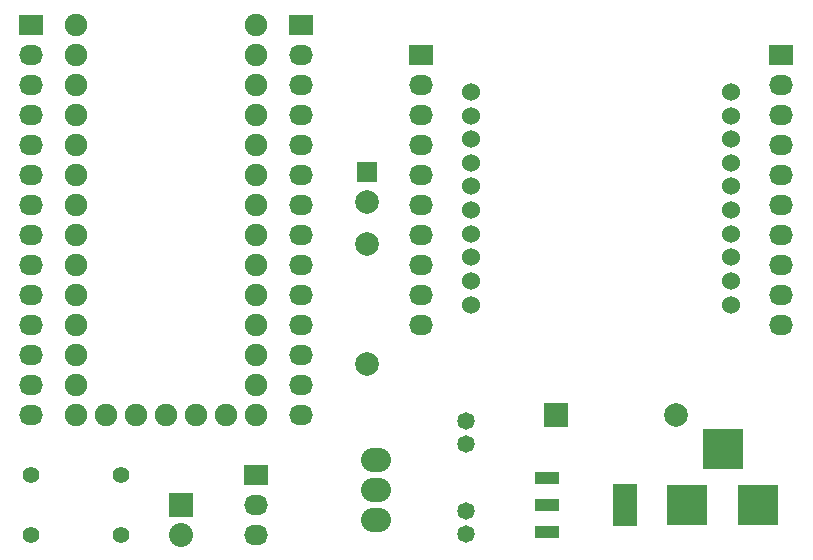
<source format=gts>
G04 #@! TF.FileFunction,Soldermask,Top*
%FSLAX46Y46*%
G04 Gerber Fmt 4.6, Leading zero omitted, Abs format (unit mm)*
G04 Created by KiCad (PCBNEW (2015-05-10 BZR 5649)-product) date Thursday, May 21, 2015 'PMt' 11:43:20 PM*
%MOMM*%
G01*
G04 APERTURE LIST*
%ADD10C,0.100000*%
%ADD11C,1.480820*%
%ADD12R,3.500120X3.500120*%
%ADD13R,1.699260X1.699260*%
%ADD14C,1.998980*%
%ADD15R,1.998980X1.998980*%
%ADD16C,1.524000*%
%ADD17R,2.032000X2.032000*%
%ADD18O,2.032000X2.032000*%
%ADD19R,2.032000X1.727200*%
%ADD20O,2.032000X1.727200*%
%ADD21O,2.540000X2.032000*%
%ADD22C,1.397000*%
%ADD23R,2.032000X3.657600*%
%ADD24R,2.032000X1.016000*%
%ADD25C,1.900000*%
G04 APERTURE END LIST*
D10*
D11*
X168910000Y-172704760D03*
X168910000Y-170703240D03*
X168910000Y-165084760D03*
X168910000Y-163083240D03*
D12*
X187601860Y-170180000D03*
X193601340Y-170180000D03*
X190601600Y-165481000D03*
D13*
X160528000Y-141986000D03*
D14*
X160528000Y-144526000D03*
X186690000Y-162557460D03*
D15*
X176530000Y-162557460D03*
D16*
X169340000Y-135240000D03*
X169340000Y-137240000D03*
X169340000Y-141240000D03*
X169340000Y-139240000D03*
X169340000Y-145240000D03*
X169340000Y-147240000D03*
X169340000Y-149240000D03*
X169340000Y-151240000D03*
X169340000Y-153240000D03*
X191340000Y-153240000D03*
X191340000Y-151240000D03*
X191340000Y-149240000D03*
X191340000Y-147240000D03*
X191340000Y-145240000D03*
X191340000Y-143240000D03*
X191340000Y-141240000D03*
X191340000Y-139240000D03*
X191340000Y-137240000D03*
X191340000Y-135240000D03*
X169340000Y-143240000D03*
D17*
X144780000Y-170180000D03*
D18*
X144780000Y-172720000D03*
D19*
X151130000Y-167640000D03*
D20*
X151130000Y-170180000D03*
X151130000Y-172720000D03*
D19*
X165100000Y-132080000D03*
D20*
X165100000Y-134620000D03*
X165100000Y-137160000D03*
X165100000Y-139700000D03*
X165100000Y-142240000D03*
X165100000Y-144780000D03*
X165100000Y-147320000D03*
X165100000Y-149860000D03*
X165100000Y-152400000D03*
X165100000Y-154940000D03*
D19*
X195580000Y-132080000D03*
D20*
X195580000Y-134620000D03*
X195580000Y-137160000D03*
X195580000Y-139700000D03*
X195580000Y-142240000D03*
X195580000Y-144780000D03*
X195580000Y-147320000D03*
X195580000Y-149860000D03*
X195580000Y-152400000D03*
X195580000Y-154940000D03*
D19*
X132080000Y-129540000D03*
D20*
X132080000Y-132080000D03*
X132080000Y-134620000D03*
X132080000Y-137160000D03*
X132080000Y-139700000D03*
X132080000Y-142240000D03*
X132080000Y-144780000D03*
X132080000Y-147320000D03*
X132080000Y-149860000D03*
X132080000Y-152400000D03*
X132080000Y-154940000D03*
X132080000Y-157480000D03*
X132080000Y-160020000D03*
X132080000Y-162560000D03*
D19*
X154940000Y-129540000D03*
D20*
X154940000Y-132080000D03*
X154940000Y-134620000D03*
X154940000Y-137160000D03*
X154940000Y-139700000D03*
X154940000Y-142240000D03*
X154940000Y-144780000D03*
X154940000Y-147320000D03*
X154940000Y-149860000D03*
X154940000Y-152400000D03*
X154940000Y-154940000D03*
X154940000Y-157480000D03*
X154940000Y-160020000D03*
X154940000Y-162560000D03*
D21*
X161290000Y-168910000D03*
X161290000Y-171450000D03*
X161290000Y-166370000D03*
D14*
X160528000Y-158242000D03*
X160528000Y-148082000D03*
D22*
X139700000Y-167640000D03*
X139700000Y-172720000D03*
X132080000Y-167640000D03*
X132080000Y-172720000D03*
D23*
X182372000Y-170180000D03*
D24*
X175768000Y-170180000D03*
X175768000Y-172466000D03*
X175768000Y-167894000D03*
D25*
X148590000Y-162560000D03*
X146050000Y-162560000D03*
X143510000Y-162560000D03*
X140970000Y-162560000D03*
X138430000Y-162560000D03*
X135890000Y-132080000D03*
X135890000Y-134620000D03*
X135890000Y-137160000D03*
X135890000Y-139700000D03*
X135890000Y-142240000D03*
X135890000Y-144780000D03*
X135890000Y-147320000D03*
X135890000Y-149860000D03*
X135890000Y-152400000D03*
X135890000Y-154940000D03*
X135890000Y-157480000D03*
X135890000Y-160020000D03*
X135890000Y-162560000D03*
X151130000Y-162560000D03*
X151130000Y-160020000D03*
X151130000Y-157480000D03*
X151130000Y-154940000D03*
X151130000Y-152400000D03*
X151130000Y-149860000D03*
X151130000Y-147320000D03*
X151130000Y-144780000D03*
X151130000Y-142240000D03*
X151130000Y-139700000D03*
X151130000Y-137160000D03*
X151130000Y-134620000D03*
X151130000Y-132080000D03*
X151130000Y-129540000D03*
X135890000Y-129540000D03*
M02*

</source>
